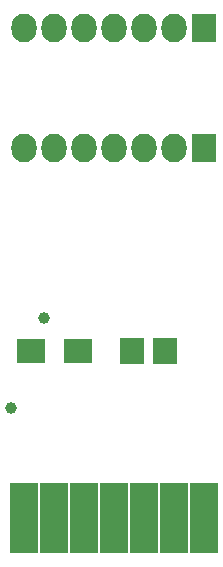
<source format=gts>
%TF.GenerationSoftware,KiCad,Pcbnew,4.0.2+dfsg1-stable*%
%TF.CreationDate,2019-04-18T09:25:44+02:00*%
%TF.ProjectId,ECI-Breakout,4543492D427265616B6F75742E6B6963,rev?*%
%TF.FileFunction,Soldermask,Top*%
%FSLAX46Y46*%
G04 Gerber Fmt 4.6, Leading zero omitted, Abs format (unit mm)*
G04 Created by KiCad (PCBNEW 4.0.2+dfsg1-stable) date gio 18 apr 2019 09:25:44 CEST*
%MOMM*%
G01*
G04 APERTURE LIST*
%ADD10C,0.100000*%
%ADD11R,1.997660X2.200860*%
%ADD12R,2.330400X5.988000*%
%ADD13R,2.400000X2.100000*%
%ADD14R,2.127200X2.432000*%
%ADD15O,2.127200X2.432000*%
%ADD16C,1.000000*%
G04 APERTURE END LIST*
D10*
D11*
X133580140Y-101000000D03*
X136419860Y-101000000D03*
D12*
X139672000Y-115190000D03*
X137132000Y-115190000D03*
X134592000Y-115190000D03*
X132052000Y-115190000D03*
X129512000Y-115190000D03*
X126972000Y-115190000D03*
X124432000Y-115190000D03*
D13*
X125000000Y-101000000D03*
X129000000Y-101000000D03*
D14*
X139700000Y-73660000D03*
D15*
X137160000Y-73660000D03*
X134620000Y-73660000D03*
X132080000Y-73660000D03*
X129540000Y-73660000D03*
X127000000Y-73660000D03*
X124460000Y-73660000D03*
D14*
X139700000Y-83820000D03*
D15*
X137160000Y-83820000D03*
X134620000Y-83820000D03*
X132080000Y-83820000D03*
X129540000Y-83820000D03*
X127000000Y-83820000D03*
X124460000Y-83820000D03*
D16*
X123363500Y-105899900D03*
X126162300Y-98205300D03*
M02*

</source>
